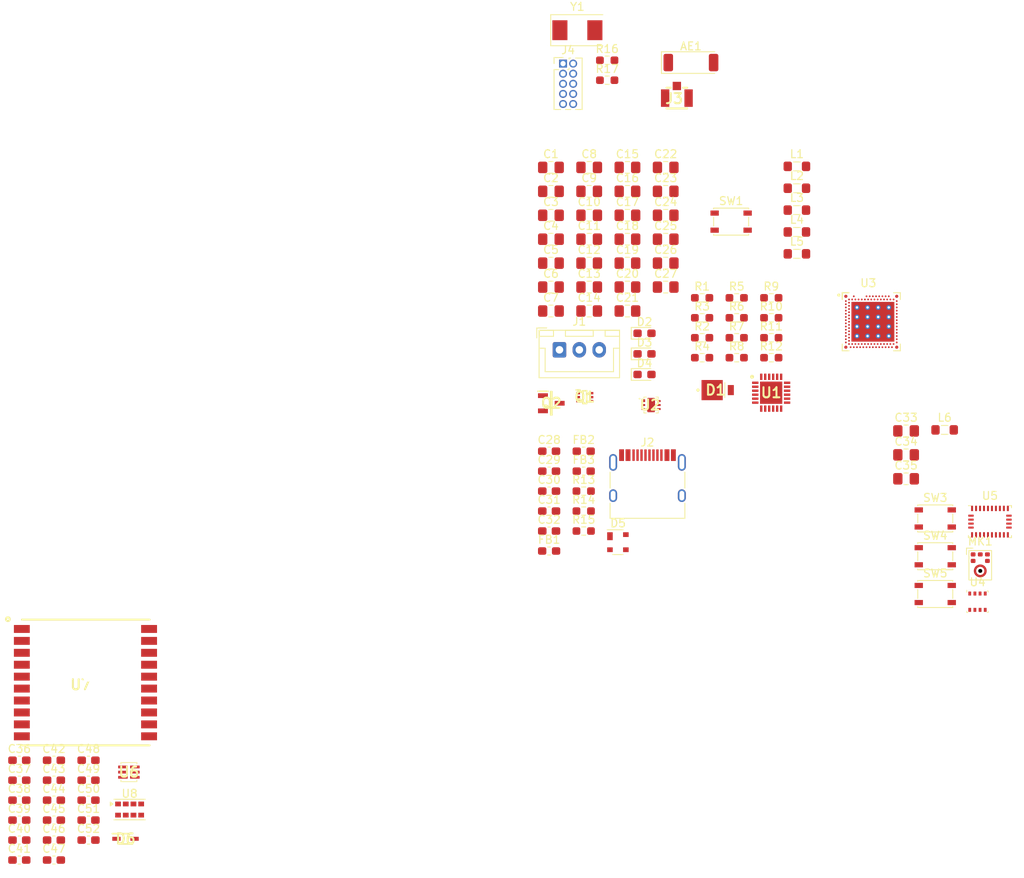
<source format=kicad_pcb>
(kicad_pcb (version 20240108) (generator "pcbnew") (generator_version "8.0")
  (layers (0 "F.Cu" mixed) (1 "In1.Cu" power) (2 "In2.Cu" power) (31 "B.Cu" mixed) (34 "B.Paste" user) (35 "F.Paste" user) (36 "B.SilkS" user "B.Silkscreen") (37 "F.SilkS" user "F.Silkscreen") (38 "B.Mask" user) (39 "F.Mask" user) (44 "Edge.Cuts" user))
  (net 0 "")
  (net 1 "GNDD")
  (net 2 "VBUS")
  (net 3 "Net-(U1-DEC)")
  (net 4 "+5V")
  (net 5 "Net-(D1-K)")
  (net 6 "+3V0")
  (net 7 "Net-(U3A-DECR)")
  (net 8 "Net-(U3A-DECD)")
  (net 9 "Net-(U3A-VBUS)")
  (net 10 "Net-(U3A-DECUSB)")
  (net 11 "Net-(U3A-DECN)")
  (net 12 "Net-(U3A-DECA)")
  (net 13 "VDC")
  (net 14 "/USB/SHIELD")
  (net 15 "/MCU/ERR")
  (net 16 "/MCU/CHG")
  (net 17 "Net-(D4-K)")
  (net 18 "Net-(D4-A)")
  (net 19 "/MCU/USB_D-")
  (net 20 "/MCU/USB_D+")
  (net 21 "/USB/GND")
  (net 22 "+BATT")
  (net 23 "/Power/NTC")
  (net 24 "/USB/CC1")
  (net 26 "/USB/CC2")
  (net 28 "Net-(U2-LX)")
  (net 29 "Net-(U1-SW)")
  (net 30 "Net-(U3A-DCC)")
  (net 31 "Net-(U3A-DCCD)")
  (net 32 "Net-(U3A-DCCH)")
  (net 33 "Net-(Q1-D2)")
  (net 34 "/MCU/BAT_MON_EN")
  (net 35 "Net-(Q1-D1)")
  (net 36 "/MCU/LOW_BAT")
  (net 37 "Net-(U2-VOUT(FB))")
  (net 38 "Net-(U1-ICHG)")
  (net 39 "Net-(U1-SHPHLD)")
  (net 40 "/MCU/BAT_MON")
  (net 41 "/MCU/ISET")
  (net 42 "/MCU/SHPACT")
  (net 102 "+3V3")
  (net 103 "Net-(AE1-A)")
  (net 104 "Net-(U3B-ANT)")
  (net 105 "/MCU/D+")
  (net 106 "Net-(U3B-XC1)")
  (net 107 "/MCU/D-")
  (net 108 "Net-(U3B-XC2)")
  (net 109 "/MCU/SWDCLK")
  (net 110 "/MCU/SWDIO")
  (net 111 "/MCU/~{RESET}")
  (net 116 "/MCU/3V3_EN")
  (net 117 "/Sensors/ENC_SW_RAW")
  (net 118 "Net-(U5-CAP)")
  (net 119 "Net-(U5-XOUT32)")
  (net 120 "Net-(U5-XIN32)")
  (net 121 "/MCU/SW1")
  (net 122 "/MCU/SW2")
  (net 123 "/MCU/SW3")
  (net 124 "/Sensors/ENC_A_RAW")
  (net 125 "/Sensors/ENC_B_RAW")
  (net 126 "/Sensors/VBACKUP")
  (net 127 "Net-(BT1-+)")
  (net 128 "/MCU/MIC_WS")
  (net 129 "Net-(MK1-DATA)")
  (net 130 "/MCU/MIC_SELECT")
  (net 131 "/MCU/MIC_BCLK")
  (net 132 "/Actuators/SPI_MOSI")
  (net 133 "/Actuators/SPI_CS")
  (net 135 "/Actuators/SPI_CLK")
  (net 136 "/Actuators/SPI_MISO")
  (net 137 "Net-(U5-COM3)")
  (net 138 "/MCU/~{IMU_RST}")
  (net 139 "/Actuators/I2C_SCL")
  (net 142 "/Actuators/I2C_SDA")
  (net 143 "/MCU/IMU_PS0")
  (net 144 "/MCU/IMU_PS1")
  (net 147 "/MCU/IMU_INT")
  (net 150 "/MCU/GPS_PPS")
  (net 157 "Net-(U7-EX_ANT)")
  (net 158 "Net-(D7-A)")
  (net 159 "/MCU/UART_TX")
  (net 167 "/MCU/UART_RX")
  (net 168 "Net-(U8-LDR)")
  (net 169 "/MCU/GES_INT")
  (footprint "Resistor_SMD:R_0603_1608Metric_Pad0.98x0.95mm_HandSolder" (layer "F.Cu") (at 132.725 83.485)
    (property "Reference" "R7")
    (property "Value" "150")
  )
  (footprint "Resistor_SMD:R_0603_1608Metric_Pad0.98x0.95mm_HandSolder" (layer "F.Cu") (at 132.725 80.975)
    (property "Reference" "R6")
    (property "Value" "2.2k")
  )
  (footprint "Capacitor_SMD:C_0603_1608Metric_Pad1.08x0.95mm_HandSolder" (layer "F.Cu") (at 42.512 144.15)
    (property "Reference" "C39")
    (property "Value" "100nF")
  )
  (footprint "Capacitor_SMD:C_0603_1608Metric_Pad1.08x0.95mm_HandSolder" (layer "F.Cu") (at 46.862 139.13)
    (property "Reference" "C43")
    (property "Value" "1.0uF")
  )
  (footprint "Inductor_SMD:L_0603_1608Metric_Pad1.05x0.95mm_HandSolder" (layer "F.Cu") (at 109.135 110.305)
    (property "Reference" "FB1")
    (property "Value" "120R 0.55A")
  )
  (footprint "Capacitor_SMD:C_0603_1608Metric_Pad1.08x0.95mm_HandSolder" (layer "F.Cu") (at 51.212 141.64)
    (property "Reference" "C50")
    (property "Value" "100nF")
  )
  (footprint "Capacitor_SMD:C_0805_2012Metric_Pad1.18x1.45mm_HandSolder" (layer "F.Cu") (at 114.175 65.075)
    (property "Reference" "C9")
    (property "Value" "100nF")
  )
  (footprint "Capacitor_SMD:C_0805_2012Metric_Pad1.18x1.45mm_HandSolder" (layer "F.Cu") (at 154.025 101.225)
    (property "Reference" "C35")
    (property "Value" "0.7pF")
  )
  (footprint "SamacSys:SOD2513X115N" (layer "F.Cu") (at 55.862 146.5)
    (property "Reference" "D6")
    (property "Value" "CUS520,H3F" (hide yes))
  )
  (footprint "Capacitor_SMD:C_0805_2012Metric_Pad1.18x1.45mm_HandSolder" (layer "F.Cu") (at 109.365 71.095)
    (property "Reference" "C4")
    (property "Value" "4.7uF")
  )
  (footprint "SamacSys:FGPMMOPA6H" (layer "F.Cu") (at 58.895 118.937)
    (property "Reference" "U7")
    (property "Value" "FGPMMOPA6H" (hide yes))
  )
  (footprint "Capacitor_SMD:C_0603_1608Metric_Pad1.08x0.95mm_HandSolder" (layer "F.Cu") (at 46.862 149.17)
    (property "Reference" "C47")
    (property "Value" "100nF")
  )
  (footprint "Capacitor_SMD:C_0603_1608Metric_Pad1.08x0.95mm_HandSolder" (layer "F.Cu") (at 109.135 102.775)
    (property "Reference" "C30")
    (property "Value" "1.0uF")
  )
  (footprint "Connector_PinHeader_1.27mm:PinHeader_2x05_P1.27mm_Vertical" (layer "F.Cu") (at 110.8875 49.01)
    (property "Reference" "J4")
    (property "Value" "Conn_02x05_Top_Bottom")
  )
  (footprint "Crystal:Crystal_SMD_0603-2Pin_6.0x3.5mm" (layer "F.Cu") (at 112.6875 44.81)
    (property "Reference" "Y1")
    (property "Value" "32mHz")
  )
  (footprint "SamacSys:QFN50P400X400X90-25N-D" (layer "F.Cu") (at 137.06 90.4)
    (property "Reference" "U1")
    (property "Value" "NPM1100-QDAA-R" (hide yes))
  )
  (footprint "Inductor_SMD:L_0805_2012Metric_Pad1.05x1.20mm_HandSolder" (layer "F.Cu") (at 158.875 95.075)
    (property "Reference" "L6")
    (property "Value" "2.2nH")
  )
  (footprint "LED_SMD:LED_0603_1608Metric_Pad1.05x0.95mm_HandSolder" (layer "F.Cu") (at 121.13 82.925)
    (property "Reference" "D2")
    (property "Value" "RED")
  )
  (footprint "Sensor:Avago_APDS-9960" (layer "F.Cu") (at 56.377 142.82)
    (property "Reference" "U8")
    (property "Value" "APDS-9960")
  )
  (footprint "LED_SMD:LED_0603_1608Metric_Pad1.05x0.95mm_HandSolder" (layer "F.Cu") (at 121.13 85.515)
    (property "Reference" "D3")
    (property "Value" "GREEN")
  )
  (footprint "Resistor_SMD:R_0603_1608Metric_Pad0.98x0.95mm_HandSolder" (layer "F.Cu") (at 137.075 83.485)
    (property "Reference" "R11")
    (property "Value" "220k")
  )
  (footprint "Capacitor_SMD:C_0603_1608Metric_Pad1.08x0.95mm_HandSolder" (layer "F.Cu") (at 109.135 100.265)
    (property "Reference" "C29")
    (property "Value" "100nF")
  )
  (footprint "RF_Antenna:Johanson_2450AT43F0100" (layer "F.Cu") (at 126.97 48.88)
    (property "Reference" "AE1")
    (property "Value" "Antenna")
  )
  (footprint "Resistor_SMD:R_0603_1608Metric_Pad0.98x0.95mm_HandSolder" (layer "F.Cu") (at 132.725 85.995)
    (property "Reference" "R8")
    (property "Value" "1M")
  )
  (footprint "Capacitor_SMD:C_0603_1608Metric_Pad1.08x0.95mm_HandSolder" (layer "F.Cu") (at 51.212 136.62)
    (property "Reference" "C48")
    (property "Value" "100nF")
  )
  (footprint "Capacitor_SMD:C_0805_2012Metric_Pad1.18x1.45mm_HandSolder" (layer "F.Cu") (at 114.175 71.095)
    (property "Reference" "C11")
    (property "Value" "100nF")
  )
  (footprint "Capacitor_SMD:C_0805_2012Metric_Pad1.18x1.45mm_HandSolder" (layer "F.Cu") (at 154.025 98.215)
    (property "Reference" "C34")
    (property "Value" "DNP")
  )
  (footprint "Capacitor_SMD:C_0805_2012Metric_Pad1.18x1.45mm_HandSolder" (layer "F.Cu") (at 114.175 68.085)
    (property "Reference" "C10")
    (property "Value" "100nF")
  )
  (footprint "SamacSys_Parts:U.FL-R-SMT-1_10_" (layer "F.Cu") (at 125.2 53.35)
    (property "Reference" "J3")
    (property "Value" "U.FL-R-SMT-1_10_" (hide yes))
  )
  (footprint "Capacitor_SMD:C_0805_2012Metric_Pad1.18x1.45mm_HandSolder" (layer "F.Cu") (at 123.795 68.085)
    (property "Reference" "C24")
    (property "Value" "4.7uF")
  )
  (footprint "Capacitor_SMD:C_0805_2012Metric_Pad1.18x1.45mm_HandSolder" (layer "F.Cu") (at 109.365 68.085)
    (property "Reference" "C3")
    (property "Value" "10uF")
  )
  (footprint "Resistor_SMD:R_0603_1608Metric_Pad0.98x0.95mm_HandSolder" (layer "F.Cu") (at 116.4375 48.59)
    (property "Reference" "R16")
    (property "Value" "27")
  )
  (footprint "Capacitor_SMD:C_0603_1608Metric_Pad1.08x0.95mm_HandSolder" (layer "F.Cu") (at 46.862 146.66)
    (property "Reference" "C46")
    (property "Value" "100nF")
  )
  (footprint "Capacitor_SMD:C_0805_2012Metric_Pad1.18x1.45mm_HandSolder" (layer "F.Cu") (at 123.795 74.105)
    (property "Reference" "C26")
    (property "Value" "100nF")
  )
  (footprint "Capacitor_SMD:C_0603_1608Metric_Pad1.08x0.95mm_HandSolder" (layer "F.Cu") (at 51.212 144.15)
    (property "Reference" "C51")
    (property "Value" "100nF")
  )
  (footprint "Resistor_SMD:R_0603_1608Metric_Pad0.98x0.95mm_HandSolder" (layer "F.Cu") (at 137.075 80.975)
    (property "Reference" "R10")
    (property "Value" "1M")
  )
  (footprint "Sensor_Audio:Knowles_SPH0645LM4H-6_3.5x2.65mm" (layer "F.Cu") (at 163.355 112.0975)
    (property "Reference" "MK1")
    (property "Value" "SPH0645LM4H")
  )
  (footprint "Capacitor_SMD:C_0603_1608Metric_Pad1.08x0.95mm_HandSolder" (layer "F.Cu") (at 51.212 139.13)
    (property "Reference" "C49")
    (property "Value" "100nF")
  )
  (footprint "Capacitor_SMD:C_0805_2012Metric_Pad1.18x1.45mm_HandSolder" (layer "F.Cu") (at 118.985 68.085)
    (property "Reference" "C17")
    (property "Value" "100nF")
  )
  (footprint "Capacitor_SMD:C_0805_2012Metric_Pad1.18x1.45mm_HandSolder" (layer "F.Cu") (at 109.365 74.105)
    (property "Reference" "C5")
    (property "Value" "15pF")
  )
  (footprint "SamacSys:TSL25911FN" (layer "F.Cu") (at 56.287 138.115)
    (property "Reference" "U6")
    (property "Value" "TSL25911FN" (hide yes))
  )
  (footprint "LED_SMD:LED_0603_1608Metric_Pad1.05x0.95mm_HandSolder" (layer "F.Cu") (at 121.13 88.105)
    (property "Reference" "D4")
    (property "Value" "RED")
  )
  (footprint "SamacSys:SOTFL50P162X60-6N" (layer "F.Cu") (at 113.615 90.955)
    (property "Reference" "Q1")
    (property "Value" "DMC2400UV" (hide yes))
  )
  (footprint "Capacitor_SMD:C_0603_1608Metric_Pad1.08x0.95mm_HandSolder" (layer "F.Cu") (at 42.512 139.13)
    (property "Reference" "C37")
    (property "Value" "1.0uF")
  )
  (footprint "Resistor_SMD:R_0603_1608Metric_Pad0.98x0.95mm_HandSolder" (layer "F.Cu") (at 132.725 78.465)
    (property "Reference" "R5")
    (property "Value" "10k")
  )
  (footprint "Resistor_SMD:R_0603_1608Metric_Pad0.98x0.95mm_HandSolder" (layer "F.Cu") (at 113.485 105.285)
    (property "Reference" "R14")
    (property "Value" "5.1k")
  )
  (footprint "Resistor_SMD:R_0603_1608Metric_Pad0.98x0.95mm_HandSolder" (layer "F.Cu") (at 128.375 85.995)
    (property "Reference" "R4")
    (property "Value" "1k")
  )
  (footprint "Capacitor_SMD:C_0805_2012Metric_Pad1.18x1.45mm_HandSolder" (layer "F.Cu") (at 109.365 77.115)
    (property "Reference" "C6")
    (property "Value" "10uF")
  )
  (footprint "Capacitor_SMD:C_0805_2012Metric_Pad1.18x1.45mm_HandSolder" (layer "F.Cu") (at 123.795 71.095)
    (property "Reference" "C25")
    (property "Value" "4.7uF")
  )
  (footprint "Capacitor_SMD:C_0805_2012Metric_Pad1.18x1.45mm_HandSolder" (layer "F.Cu") (at 109.365 62.065)
    (property "Reference" "C1")
    (property "Value" "2.2uF")
  )
  (footprint "User:XCVR_NRF5340-QKAA-R7" (layer "F.Cu") (at 149.65 81.475)
    (property "Reference" "U3")
    (property "Value" "NRF5340-QKAA-R7")
  )
  (footprint "Capacitor_SMD:C_0603_1608Metric_Pad1.08x0.95mm_HandSolder" (layer "F.Cu") (at 42.512 149.17)
    (property "Reference" "C41")
    (property "Value" "22pF")
  )
  (footprint "Capacitor_SMD:C_0603_1608Metric_Pad1.08x0.95mm_HandSolder" (layer "F.Cu") (at 46.862 136.62)
    (property "Reference" "C42")
    (property "Value" "100nF")
  )
  (footprint "Capacitor_SMD:C_0805_2012Metric_Pad1.18x1.45mm_HandSolder" (layer "F.Cu") (at 114.175 80.125)
    (property "Reference" "C14")
    (property "Value" "1uF")
  )
  (footprint "Button_Switch_SMD:SW_SPST_PTS810" (layer "F.Cu") (at 132.025 68.885)
    (property "Reference" "SW1")
    (property "Value" "SW_Push")
  )
  (footprint "Resistor_SMD:R_0603_1608Metric_Pad0.98x0.95mm_HandSolder" (layer "F.Cu") (at 113.485 102.775)
    (property "Reference" "R13")
    (property "Value" "5.1k")
  )
  (footprint "Inductor_SMD:L_0603_1608Metric_Pad1.05x0.95mm_HandSolder" (layer "F.Cu") (at 113.485 97.755)
    (property "Reference" "FB2")
    (property "Value" "120R 0.55A")
  )
  (footprint "SamacSys:XC9236F08CERG" (layer "F.Cu") (at 121.96 91.95)
    (property "Reference" "U2")
    (property "Value" "XC9236F08CER-G" (hide yes))
  )
  (footprint "Capacitor_SMD:C_0603_1608Metric_Pad1.08x0.95mm_HandSolder" (layer "F.Cu") (at 109.135 107.795)
    (property "Reference" "C32")
    (property "Value" "100nF 2kV")
  )
  (footprint "Button_Switch_SMD:SW_SPST_PTS810" (layer "F.Cu") (at 157.695 106.2125)
    (property "Reference" "SW3")
    (property "Value" "SW_Push")
  )
  (footprint "Resistor_SMD:R_0603_1608Metric_Pad0.98x0.95mm_HandSolder" (layer "F.Cu") (at 116.4375 51.1)
    (property "Reference" "R17")
    (property "Value" "27")
  )
  (footprint "Resistor_SMD:R_0603_1608Metric_Pad0.98x0.95mm_HandSolder" (layer "F.Cu") (at 137.075 85.995)
    (property "Reference" "R12")
    (property "Value" "1M")
  )
  (footprint "Inductor_SMD:L_0805_2012Metric_Pad1.05x1.20mm_HandSolder" (layer "F.Cu") (at 140.295 70.185)
    (property "Reference" "L4")
    (property "Value" "10uH")
  )
  (footprint "Capacitor_SMD:C_0805_2012Metric_Pad1.18x1.45mm_HandSolder" (layer "F.Cu") (at 118.985 62.065)
    (property "Reference" "C15")
    (property "Value" "2.2nF")
  )
  (footprint "Capacitor_SMD:C_0805_2012Metric_Pad1.18x1.45mm_HandSolder" (layer "F.Cu") (at 118.985 74.105)
    (property "Reference" "C19")
    (property "Value" "100nF")
  )
  (footprint "SamacSys:MBRM110LT1G" (layer "F.Cu") (at 129.868 90.07)
    (property "Reference" "D1")
    (property "Value" "MBRM110ET3G" (hide yes))
  )
  (footprint "Capacitor_SMD:C_0805_2012Metric_Pad1.18x1.45mm_HandSolder" (layer "F.Cu") (at 118.985 65.075)
    (property "Reference" "C16")
    (property "Value" "100nF")
  )
  (footprint "Capacitor_SMD:C_0805_2012Metric_Pad1.18x1.45mm_HandSolder" (layer "F.Cu") (at 114.175 77.115)
    (property "Reference" "C13")
    (property "Value" "1uF")
  )
  (footprint "Capacitor_SMD:C_0805_2012Metric_Pad1.18x1.45mm_HandSolder" (layer "F.Cu") (at 123.795 77.115)
    (property "Reference" "C27")
    (property "Value" "1uF")
  )
  (footprint "SamacSys:SOT96P237X111-3N" (layer "F.Cu") (at 109.41 91.725)
    (property "Reference" "Q2")
    (property "Value" "FDV303N" (hide yes))
  )
  (footprint "Capacitor_SMD:C_0805_2012Metric_Pad1.18x1.45mm_HandSolder" (layer "F.Cu") (at 109.365 65.075)
    (property "Reference" "C2")
    (property "Value" "10uF")
  )
  (footprint "Capacitor_SMD:C_0603_1608Metric_Pad1.08x0.95mm_HandSolder" (layer "F.Cu") (at 46.862 144.15)
    (property "Reference" "C45")
    (property "Value" "1.0uF")
  )
  (footprint "Capacitor_SMD:C_0805_2012Metric_Pad1.18x1.45mm_HandSolder" (layer "F.Cu") (at 154.025 95.205)
    (property "Reference" "C33")
    (property "Value" "1.2pF")
  )
  (footprint "Capacitor_SMD:C_0805_2012Metric_Pad1.18x1.45mm_HandSolder" (layer "F.Cu") (at 118.985 71.095)
    (property "Reference" "C18")
    (property "Value" "100nF")
  )
  (footprint "Inductor_SMD:L_0805_2012Metric_Pad1.05x1.20mm_HandSolder" (layer "F.Cu") (at 140.295 64.685)
    (property "Reference" "L2")
    (property "Value" "2.2uH")
  )
  (footprint "Capacitor_SMD:C_0603_1608Metric_Pad1.08x0.95mm_HandSolder" (layer "F.Cu") (at 42.512 141.64)
    (property "Reference" "C38")
    (property "Value" "100nF")
  )
  (footprint "Capacitor_SMD:C_0603_1608Metric_Pad1.08x0.95mm_HandSolder" (layer "F.Cu") (at 46.862 141.64)
    (property "Reference" "C44")
    (property "Value" "220pF")
  )
  (footprint "Inductor_SMD:L_0805_2012Metric_Pad1.05x1.20mm_HandSolder" (layer "F.Cu") (at 140.295 67.435)
    (property "Reference" "L3")
    (property "Value" "10uH")
  )
  (footprint "Capacitor_SMD:C_0805_2012Metric_Pad1.18x1.45mm_HandSolder" (layer "F.Cu") (at 114.175 74.105)
    (property "Reference" "C12")
    (property "Value" "100nF")
  )
  (footprint "Button_Switch_SMD:SW_SPST_PTS810" (layer "F.Cu") (at 157.695 115.7125)
    (property "Reference" "SW5")
    (property "Value" "SW_Push")
  )
  (footprint "Resistor_SMD:R_0603_1608Metric_Pad0.98x0.95mm_HandSolder" (layer "F.Cu") (at 128.375 78.465)
    (property "Reference" "R1")
    (property "Value" "375k")
  )
  (footprint "Capacitor_SMD:C_0603_1608Metric_Pad1.08x0.95mm_HandSolder" (layer "F.Cu") (at 51.212 146.66)
    (property "Reference" "C52")
    (property "Value" "100nF")
  )
  (footprint "Package_LGA:Bosch_LGA-8_2.5x2.5mm_P0.65mm_ClockwisePinNumbering" (layer "F.Cu") (at 163.005 116.6825)
    (property "Reference" "U4")
    (property "Value" "BME280")
  )
  (footprint "Connector_USB:USB_C_Receptacle_HRO_TYPE-C-31-M-12" (layer "F.Cu") (at 121.505 102.295)
    (property "Reference" "J2")
    (property "Value" "USB_C_Receptacle_USB2.0")
  )
  (footprint "Inductor_SMD:L_0805_2012Metric_Pad1.05x1.20mm_HandSolder" (layer "F.Cu") (at 140.295 61.935)
    (property "Reference" "L1")
    (property "Value" "4.7uH")
  )
  (footprint "Capacitor_SMD:C_0805_2012Metric_Pad1.18x1.45mm_HandSolder" (layer "F.Cu") (at 114.175 62.065)
    (property "Reference" "C8")
    (property "Value" "1uF")
  )
  (footprint "Capacitor_SMD:C_0805_2012Metric_Pad1.18x1.45mm_HandSolder" (layer "F.Cu") (at 118.985 80.125)
    (property "Reference" "C21")
    (property "Value" "1uF")
  )
  (footprint "Package_TO_SOT_SMD:SOT-143" (layer "F.Cu") (at 117.785 109.195)
    (property "Reference" "D5")
    (property "Value" "PRTR5V0U2X")
  )
  (footprint "Capacitor_SMD:C_0603_1608Metric_Pad1.08x0.95mm_HandSolder" (layer "F.Cu") (at 109.135 97.755)
    (property "Reference" "C28")
    (property "Value" "1.0uF")
  )
  (footprint "Capacitor_SMD:C_0603_1608Metric_Pad1.08x0.95mm_HandSolder" (layer "F.Cu") (at 42.512 146.66)
    (property "Reference" "C40")
    (property "Value" "22pF")
  )
  (footprint "Connector_JST:JST_XH_B3B-XH-A_1x03_P2.50mm_Vertical" (layer "F.Cu") (at 110.435 85.005)
    (property "Reference" "J1")
    (property "Value" "Conn_01x03_Pin")
  )
  (footprint "Capacitor_SMD:C_0805_2012Metric_Pad1.18x1.45mm_HandSolder" (layer "F.Cu") (at 123.795 62.065)
    (property "Reference" "C22")
    (property "Value" "2.2uF")
  )
  (footprint "Package_LGA:LGA-28_5.2x3.8mm_P0.5mm" (layer "F.Cu") (at 164.575 106.6125)
    (property "Reference" "U5")
    (property "Value" "BNO055")
  )
  (footprint "Capacitor_SMD:C_0805_2012Metric_Pad1.18x1.45mm_HandSolder" (layer "F.Cu") (at 118.985 77.115)
    (property "Reference" "C20")
    (property "Value" "1uF")
  )
  (footprint "Capacitor_SMD:C_0805_2012Metric_Pad1.18x1.45mm_HandSolder" (layer "F.Cu") (at 109.365 80.125)
    (property "Reference" "C7")
    (property "Value" "10uF")
  )
  (footprint "Resistor_SMD:R_0603_1608Metric_Pad0.98x0.95mm_HandSolder" (layer "F.Cu") (at 128.375 83.485)
    (property "Reference" "R2")
    (property "Value" "120k")
  )
  (footprint "Resistor_SMD:R_0603_1608Metric_Pad0.98x0.95mm_HandSolder" (layer "F.Cu") (at 128.375 80.975)
    (property "Reference" "R3")
    (property "Value" "10k")
  )
  (footprint "Resistor_SMD:R_0603_1608Metric_Pad0.98x0.95mm_HandSolder" (layer "F.Cu") (at 137.075 78.465)
    (property "Reference" "R9")
    (property "Value" "1M")
  )
  (footprint "Inductor_SMD:L_0603_1608Metric_Pad1.05x0.95mm_HandSolder" (layer "F.Cu") (at 113.485 100.265)
    (property "Reference" "FB3")
    (property "Value" "120R 0.55A")
  )
  (footprint "Capacitor_SMD:C_0805_2012Metric_Pad1.18x1.45mm_HandSolder" (layer "F.Cu") (at 123.795 65.075)
    (property "Reference" "C23")
    (property "Value" "4.7uF")
  )
  (footprint "Inductor_SMD:L_0805_2012Metric_Pad1.05x1.20mm_HandSolder" (layer "F.Cu") (at 140.295 72.935)
    (property "Reference" "L5")
    (property "Value" "10uH")
  )
  (footprint "Button_Switch_SMD:SW_SPST_PTS810" (layer "F.Cu") (at 157.695 110.9625)
    (property "Reference" "SW4")
    (property "Value" "SW_Push")
  )
  (footprint "Capacitor_SMD:C_0603_1608Metric_Pad1.08x0.95mm_HandSolder" (layer "F.Cu") (at 109.135 105.285)
    (property "Reference" "C31")
    (property "Value" "100nF")
  )
  (footprint "Resistor_SMD:R_0603_1608Metric_Pad0.98x0.95mm_HandSolder" (layer "F.Cu") (at 113.485 107.795)
    (property "Reference" "R15")
    (property "Value" "10k")
  )
  (footprint "Capacitor_SMD:C_0603_1608Metric_Pad1.08x0.95mm_HandSolder" (layer "F.Cu") (at 42.512 136.62)
    (property "Reference" "C36")
    (property "Value" "100nF")
  )
  (segment (start 133.6375 78.465) (end 133.785 78.465) (width 0.25) (layer "F.Cu") (net 22))
)
</source>
